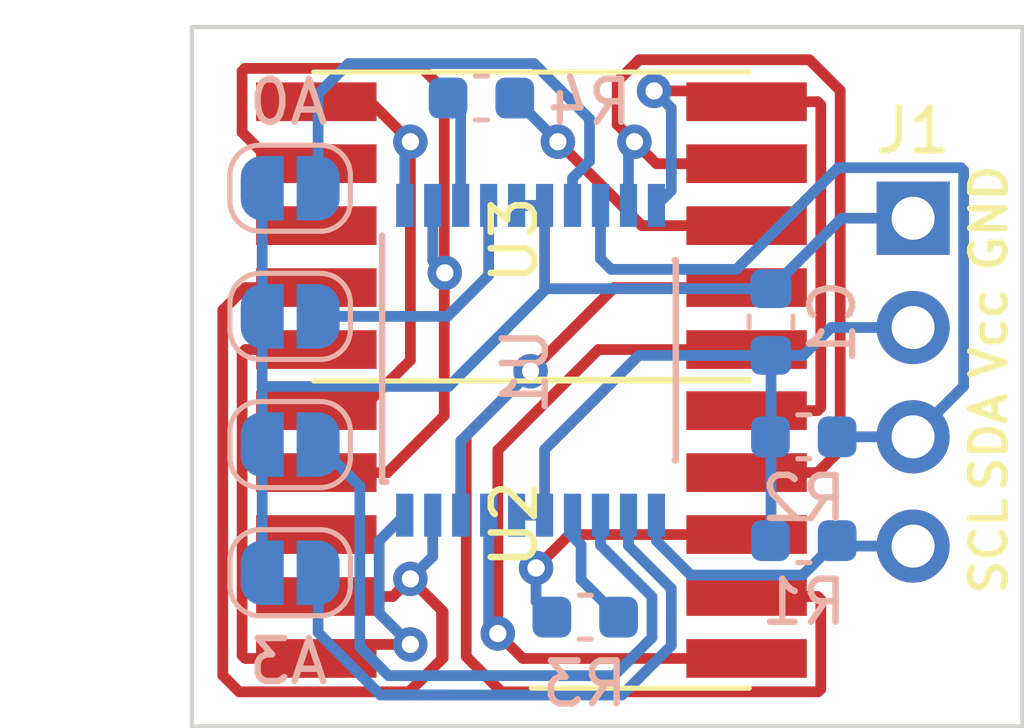
<source format=kicad_pcb>
(kicad_pcb (version 20171130) (host pcbnew "(5.1.10)-1")

  (general
    (thickness 1.2)
    (drawings 10)
    (tracks 191)
    (zones 0)
    (modules 13)
    (nets 23)
  )

  (page A4)
  (layers
    (0 F.Cu signal)
    (31 B.Cu signal)
    (32 B.Adhes user hide)
    (33 F.Adhes user hide)
    (34 B.Paste user)
    (35 F.Paste user hide)
    (36 B.SilkS user)
    (37 F.SilkS user hide)
    (38 B.Mask user)
    (39 F.Mask user hide)
    (40 Dwgs.User user hide)
    (41 Cmts.User user hide)
    (42 Eco1.User user hide)
    (43 Eco2.User user hide)
    (44 Edge.Cuts user)
    (45 Margin user hide)
    (46 B.CrtYd user)
    (47 F.CrtYd user hide)
    (48 B.Fab user)
    (49 F.Fab user hide)
  )

  (setup
    (last_trace_width 0.25)
    (trace_clearance 0.2)
    (zone_clearance 0.508)
    (zone_45_only yes)
    (trace_min 0.2)
    (via_size 0.8)
    (via_drill 0.4)
    (via_min_size 0.4)
    (via_min_drill 0.3)
    (uvia_size 0.3)
    (uvia_drill 0.1)
    (uvias_allowed no)
    (uvia_min_size 0.2)
    (uvia_min_drill 0.1)
    (edge_width 0.05)
    (segment_width 0.2)
    (pcb_text_width 0.3)
    (pcb_text_size 1.5 1.5)
    (mod_edge_width 0.12)
    (mod_text_size 1 1)
    (mod_text_width 0.15)
    (pad_size 3.4 6.5)
    (pad_drill 0)
    (pad_to_mask_clearance 0)
    (aux_axis_origin 0 0)
    (visible_elements 7FFFFFFF)
    (pcbplotparams
      (layerselection 0x010fc_ffffffff)
      (usegerberextensions false)
      (usegerberattributes true)
      (usegerberadvancedattributes true)
      (creategerberjobfile true)
      (excludeedgelayer true)
      (linewidth 0.100000)
      (plotframeref false)
      (viasonmask false)
      (mode 1)
      (useauxorigin false)
      (hpglpennumber 1)
      (hpglpenspeed 20)
      (hpglpendiameter 15.000000)
      (psnegative false)
      (psa4output false)
      (plotreference true)
      (plotvalue false)
      (plotinvisibletext false)
      (padsonsilk false)
      (subtractmaskfromsilk false)
      (outputformat 1)
      (mirror false)
      (drillshape 0)
      (scaleselection 1)
      (outputdirectory ""))
  )

  (net 0 "")
  (net 1 GND)
  (net 2 VCC)
  (net 3 /SDA)
  (net 4 /SCL)
  (net 5 /7SEG_e)
  (net 6 /7SEG_g)
  (net 7 /7SEG_a)
  (net 8 /7SEG_f)
  (net 9 /7SEG_b)
  (net 10 /7SEG_DP)
  (net 11 /7SEG_C1)
  (net 12 /7SEG_d)
  (net 13 /7SEG_c)
  (net 14 /7SEG_C2)
  (net 15 "Net-(U2-Pad8)")
  (net 16 "Net-(U3-Pad8)")
  (net 17 /A0)
  (net 18 /A1)
  (net 19 "Net-(R3-Pad2)")
  (net 20 "Net-(R4-Pad2)")
  (net 21 /A2)
  (net 22 /A3)

  (net_class Default "This is the default net class."
    (clearance 0.2)
    (trace_width 0.25)
    (via_dia 0.8)
    (via_drill 0.4)
    (uvia_dia 0.3)
    (uvia_drill 0.1)
    (add_net /7SEG_C1)
    (add_net /7SEG_C2)
    (add_net /7SEG_DP)
    (add_net /7SEG_a)
    (add_net /7SEG_b)
    (add_net /7SEG_c)
    (add_net /7SEG_d)
    (add_net /7SEG_e)
    (add_net /7SEG_f)
    (add_net /7SEG_g)
    (add_net /A0)
    (add_net /A1)
    (add_net /A2)
    (add_net /A3)
    (add_net /SCL)
    (add_net /SDA)
    (add_net GND)
    (add_net "Net-(R3-Pad2)")
    (add_net "Net-(R4-Pad2)")
    (add_net "Net-(U2-Pad8)")
    (add_net "Net-(U3-Pad8)")
    (add_net VCC)
  )

  (module Package_SO:SSOP-20_4.4x6.5mm_P0.65mm (layer B.Cu) (tedit 609D41E6) (tstamp 608FCA02)
    (at 151.13 63.5 270)
    (descr "SSOP20: plastic shrink small outline package; 20 leads; body width 4.4 mm; (see NXP SSOP-TSSOP-VSO-REFLOW.pdf and sot266-1_po.pdf)")
    (tags "SSOP 0.65")
    (path /608EBDAB)
    (attr smd)
    (fp_text reference U1 (at 0.254 0.127 90) (layer B.SilkS)
      (effects (font (size 1 1) (thickness 0.15)) (justify mirror))
    )
    (fp_text value PIC16F1827-SSOP (at 0 -4.2 90) (layer B.Fab)
      (effects (font (size 1 1) (thickness 0.15)) (justify mirror))
    )
    (fp_line (start -1.2 3.25) (end 2.2 3.25) (layer B.Fab) (width 0.15))
    (fp_line (start 2.2 3.25) (end 2.2 -3.25) (layer B.Fab) (width 0.15))
    (fp_line (start 2.2 -3.25) (end -2.2 -3.25) (layer B.Fab) (width 0.15))
    (fp_line (start -2.2 -3.25) (end -2.2 2.25) (layer B.Fab) (width 0.15))
    (fp_line (start -2.2 2.25) (end -1.2 3.25) (layer B.Fab) (width 0.15))
    (fp_line (start -3.65 3.55) (end -3.65 -3.55) (layer B.CrtYd) (width 0.05))
    (fp_line (start 3.85 3.55) (end 3.85 -3.55) (layer B.CrtYd) (width 0.05))
    (fp_line (start -3.65 3.55) (end 3.65 3.55) (layer B.CrtYd) (width 0.05))
    (fp_line (start -3.65 -3.55) (end 3.65 -3.55) (layer B.CrtYd) (width 0.05))
    (fp_line (start 2.825 3.45) (end 2.825 3.35) (layer B.SilkS) (width 0.15))
    (fp_line (start 2.325 -3.375) (end 2.325 -3.35) (layer B.SilkS) (width 0.15))
    (fp_line (start -2.325 -3.375) (end -2.325 -3.35) (layer B.SilkS) (width 0.15))
    (fp_line (start -2.9 3.45) (end 2.825 3.45) (layer B.SilkS) (width 0.15))
    (fp_line (start -2.325 -3.375) (end 2.325 -3.375) (layer B.SilkS) (width 0.15))
    (fp_text user %R (at 0 0 270) (layer B.Fab)
      (effects (font (size 1 1) (thickness 0.15)) (justify mirror))
    )
    (pad 20 smd rect (at 3.6 2.925 270) (size 1 0.4) (layers B.Cu B.Paste B.Mask)
      (net 6 /7SEG_g))
    (pad 19 smd rect (at 3.6 2.275 270) (size 1 0.4) (layers B.Cu B.Paste B.Mask)
      (net 8 /7SEG_f))
    (pad 18 smd rect (at 3.6 1.625 270) (size 1 0.4) (layers B.Cu B.Paste B.Mask)
      (net 12 /7SEG_d))
    (pad 17 smd rect (at 3.6 0.975 270) (size 1 0.4) (layers B.Cu B.Paste B.Mask)
      (net 5 /7SEG_e))
    (pad 16 smd rect (at 3.6 0.325 270) (size 1 0.4) (layers B.Cu B.Paste B.Mask)
      (net 2 VCC))
    (pad 15 smd rect (at 3.6 -0.325 270) (size 1 0.4) (layers B.Cu B.Paste B.Mask)
      (net 2 VCC))
    (pad 14 smd rect (at 3.6 -0.975 270) (size 1 0.4) (layers B.Cu B.Paste B.Mask)
      (net 11 /7SEG_C1))
    (pad 13 smd rect (at 3.6 -1.625 270) (size 1 0.4) (layers B.Cu B.Paste B.Mask)
      (net 21 /A2))
    (pad 12 smd rect (at 3.6 -2.275 270) (size 1 0.4) (layers B.Cu B.Paste B.Mask)
      (net 22 /A3))
    (pad 11 smd rect (at 3.6 -2.925 270) (size 1 0.4) (layers B.Cu B.Paste B.Mask)
      (net 4 /SCL))
    (pad 10 smd rect (at -3.6 -2.925 270) (size 1 0.4) (layers B.Cu B.Paste B.Mask)
      (net 10 /7SEG_DP))
    (pad 9 smd rect (at -3.6 -2.275 270) (size 1 0.4) (layers B.Cu B.Paste B.Mask)
      (net 13 /7SEG_c))
    (pad 8 smd rect (at -3.6 -1.625 270) (size 1 0.4) (layers B.Cu B.Paste B.Mask)
      (net 3 /SDA))
    (pad 7 smd rect (at -3.6 -0.975 270) (size 1 0.4) (layers B.Cu B.Paste B.Mask)
      (net 17 /A0))
    (pad 6 smd rect (at -3.6 -0.325 270) (size 1 0.4) (layers B.Cu B.Paste B.Mask)
      (net 1 GND))
    (pad 5 smd rect (at -3.6 0.325 270) (size 1 0.4) (layers B.Cu B.Paste B.Mask)
      (net 1 GND))
    (pad 4 smd rect (at -3.6 0.975 270) (size 1 0.4) (layers B.Cu B.Paste B.Mask)
      (net 18 /A1))
    (pad 3 smd rect (at -3.6 1.625 270) (size 1 0.4) (layers B.Cu B.Paste B.Mask)
      (net 14 /7SEG_C2))
    (pad 2 smd rect (at -3.6 2.275 270) (size 1 0.4) (layers B.Cu B.Paste B.Mask)
      (net 7 /7SEG_a))
    (pad 1 smd rect (at -3.6 2.925 270) (size 1 0.4) (layers B.Cu B.Paste B.Mask)
      (net 9 /7SEG_b))
    (model ${KISYS3DMOD}/Package_SO.3dshapes/SSOP-20_4.4x6.5mm_P0.65mm.wrl
      (at (xyz 0 0 0))
      (scale (xyz 1 1 1))
      (rotate (xyz 0 0 0))
    )
  )

  (module Jumper:SolderJumper-2_P1.3mm_Open_RoundedPad1.0x1.5mm (layer B.Cu) (tedit 5B391E66) (tstamp 609E4EAC)
    (at 145.542 65.458 180)
    (descr "SMD Solder Jumper, 1x1.5mm, rounded Pads, 0.3mm gap, open")
    (tags "solder jumper open")
    (path /609E0FAE)
    (attr virtual)
    (fp_text reference " " (at 4.542 -0.042) (layer B.SilkS)
      (effects (font (size 1 1) (thickness 0.15)) (justify mirror))
    )
    (fp_text value Jumper_NO_Small (at 0 -1.9) (layer B.Fab)
      (effects (font (size 1 1) (thickness 0.15)) (justify mirror))
    )
    (fp_arc (start -0.7 0.3) (end -0.7 1) (angle 90) (layer B.SilkS) (width 0.12))
    (fp_arc (start -0.7 -0.3) (end -1.4 -0.3) (angle 90) (layer B.SilkS) (width 0.12))
    (fp_arc (start 0.7 -0.3) (end 0.7 -1) (angle 90) (layer B.SilkS) (width 0.12))
    (fp_arc (start 0.7 0.3) (end 1.4 0.3) (angle 90) (layer B.SilkS) (width 0.12))
    (fp_line (start -1.4 -0.3) (end -1.4 0.3) (layer B.SilkS) (width 0.12))
    (fp_line (start 0.7 -1) (end -0.7 -1) (layer B.SilkS) (width 0.12))
    (fp_line (start 1.4 0.3) (end 1.4 -0.3) (layer B.SilkS) (width 0.12))
    (fp_line (start -0.7 1) (end 0.7 1) (layer B.SilkS) (width 0.12))
    (fp_line (start -1.65 1.25) (end 1.65 1.25) (layer B.CrtYd) (width 0.05))
    (fp_line (start -1.65 1.25) (end -1.65 -1.25) (layer B.CrtYd) (width 0.05))
    (fp_line (start 1.65 -1.25) (end 1.65 1.25) (layer B.CrtYd) (width 0.05))
    (fp_line (start 1.65 -1.25) (end -1.65 -1.25) (layer B.CrtYd) (width 0.05))
    (pad 2 smd custom (at 0.65 0 180) (size 1 0.5) (layers B.Cu B.Mask)
      (net 1 GND) (zone_connect 2)
      (options (clearance outline) (anchor rect))
      (primitives
        (gr_circle (center 0 -0.25) (end 0.5 -0.25) (width 0))
        (gr_circle (center 0 0.25) (end 0.5 0.25) (width 0))
        (gr_poly (pts
           (xy 0 0.75) (xy -0.5 0.75) (xy -0.5 -0.75) (xy 0 -0.75)) (width 0))
      ))
    (pad 1 smd custom (at -0.65 0 180) (size 1 0.5) (layers B.Cu B.Mask)
      (net 21 /A2) (zone_connect 2)
      (options (clearance outline) (anchor rect))
      (primitives
        (gr_circle (center 0 -0.25) (end 0.5 -0.25) (width 0))
        (gr_circle (center 0 0.25) (end 0.5 0.25) (width 0))
        (gr_poly (pts
           (xy 0 0.75) (xy 0.5 0.75) (xy 0.5 -0.75) (xy 0 -0.75)) (width 0))
      ))
  )

  (module Jumper:SolderJumper-2_P1.3mm_Open_RoundedPad1.0x1.5mm (layer B.Cu) (tedit 5B391E66) (tstamp 609752FC)
    (at 145.542 68.437 180)
    (descr "SMD Solder Jumper, 1x1.5mm, rounded Pads, 0.3mm gap, open")
    (tags "solder jumper open")
    (path /60975B35)
    (attr virtual)
    (fp_text reference A3 (at 0.042 -2.063) (layer B.SilkS)
      (effects (font (size 1 1) (thickness 0.15)) (justify mirror))
    )
    (fp_text value Jumper_NO_Small (at 0 -1.9) (layer B.Fab)
      (effects (font (size 1 1) (thickness 0.15)) (justify mirror))
    )
    (fp_line (start -1.4 -0.3) (end -1.4 0.3) (layer B.SilkS) (width 0.12))
    (fp_line (start 0.7 -1) (end -0.7 -1) (layer B.SilkS) (width 0.12))
    (fp_line (start 1.4 0.3) (end 1.4 -0.3) (layer B.SilkS) (width 0.12))
    (fp_line (start -0.7 1) (end 0.7 1) (layer B.SilkS) (width 0.12))
    (fp_line (start -1.65 1.25) (end 1.65 1.25) (layer B.CrtYd) (width 0.05))
    (fp_line (start -1.65 1.25) (end -1.65 -1.25) (layer B.CrtYd) (width 0.05))
    (fp_line (start 1.65 -1.25) (end 1.65 1.25) (layer B.CrtYd) (width 0.05))
    (fp_line (start 1.65 -1.25) (end -1.65 -1.25) (layer B.CrtYd) (width 0.05))
    (fp_arc (start -0.7 0.3) (end -0.7 1) (angle 90) (layer B.SilkS) (width 0.12))
    (fp_arc (start -0.7 -0.3) (end -1.4 -0.3) (angle 90) (layer B.SilkS) (width 0.12))
    (fp_arc (start 0.7 -0.3) (end 0.7 -1) (angle 90) (layer B.SilkS) (width 0.12))
    (fp_arc (start 0.7 0.3) (end 1.4 0.3) (angle 90) (layer B.SilkS) (width 0.12))
    (pad 2 smd custom (at 0.65 0 180) (size 1 0.5) (layers B.Cu B.Mask)
      (net 1 GND) (zone_connect 2)
      (options (clearance outline) (anchor rect))
      (primitives
        (gr_circle (center 0 -0.25) (end 0.5 -0.25) (width 0))
        (gr_circle (center 0 0.25) (end 0.5 0.25) (width 0))
        (gr_poly (pts
           (xy 0 0.75) (xy -0.5 0.75) (xy -0.5 -0.75) (xy 0 -0.75)) (width 0))
      ))
    (pad 1 smd custom (at -0.65 0 180) (size 1 0.5) (layers B.Cu B.Mask)
      (net 22 /A3) (zone_connect 2)
      (options (clearance outline) (anchor rect))
      (primitives
        (gr_circle (center 0 -0.25) (end 0.5 -0.25) (width 0))
        (gr_circle (center 0 0.25) (end 0.5 0.25) (width 0))
        (gr_poly (pts
           (xy 0 0.75) (xy 0.5 0.75) (xy 0.5 -0.75) (xy 0 -0.75)) (width 0))
      ))
  )

  (module Display_7Segment:KCSC02-105 (layer F.Cu) (tedit 5A02FE84) (tstamp 608FCA1C)
    (at 151.15 67.55 180)
    (descr "http://www.kingbright.com/attachments/file/psearch/000/00/00/KCSC02-105(Ver.9A).pdf")
    (tags "Single digit 7 segement hyper red LED")
    (path /608F1C1E)
    (attr smd)
    (fp_text reference U2 (at 0.401 0.24 90) (layer F.SilkS)
      (effects (font (size 1 1) (thickness 0.15)))
    )
    (fp_text value GS2020CB-A (at -1.51 4.55) (layer F.Fab)
      (effects (font (size 1 1) (thickness 0.15)))
    )
    (fp_line (start 5 -3.45) (end 5 3.45) (layer F.Fab) (width 0.1))
    (fp_line (start -3 -3.45) (end 5 -3.45) (layer F.Fab) (width 0.1))
    (fp_line (start -5 -1.45) (end -3 -3.45) (layer F.Fab) (width 0.1))
    (fp_line (start -5 3.45) (end -5 -1.45) (layer F.Fab) (width 0.1))
    (fp_line (start 5 3.45) (end -5 3.45) (layer F.Fab) (width 0.1))
    (fp_line (start -5.06 -3.57) (end 0 -3.57) (layer F.SilkS) (width 0.12))
    (fp_line (start 5.06 3.57) (end -5.06 3.57) (layer F.SilkS) (width 0.12))
    (fp_line (start -6.65 -3.7) (end -6.65 3.7) (layer F.CrtYd) (width 0.05))
    (fp_line (start 6.65 3.7) (end -6.65 3.7) (layer F.CrtYd) (width 0.05))
    (fp_line (start 6.65 -3.7) (end 6.65 3.7) (layer F.CrtYd) (width 0.05))
    (fp_line (start -6.65 -3.7) (end 6.65 -3.7) (layer F.CrtYd) (width 0.05))
    (pad 10 smd rect (at 5 -2.88 180) (size 2.8 0.9) (layers F.Cu F.Paste F.Mask)
      (net 6 /7SEG_g))
    (pad 9 smd rect (at 5 -1.44 180) (size 2.8 0.9) (layers F.Cu F.Paste F.Mask)
      (net 8 /7SEG_f))
    (pad 8 smd rect (at 5 0 180) (size 2.8 0.9) (layers F.Cu F.Paste F.Mask)
      (net 15 "Net-(U2-Pad8)"))
    (pad 7 smd rect (at 5 1.44 180) (size 2.8 0.9) (layers F.Cu F.Paste F.Mask)
      (net 7 /7SEG_a))
    (pad 6 smd rect (at 5 2.88 180) (size 2.8 0.9) (layers F.Cu F.Paste F.Mask)
      (net 9 /7SEG_b))
    (pad 5 smd rect (at -5 2.88 180) (size 2.8 0.9) (layers F.Cu F.Paste F.Mask)
      (net 10 /7SEG_DP))
    (pad 4 smd rect (at -5 1.44 180) (size 2.8 0.9) (layers F.Cu F.Paste F.Mask)
      (net 13 /7SEG_c))
    (pad 3 smd rect (at -5 0 180) (size 2.8 0.9) (layers F.Cu F.Paste F.Mask)
      (net 19 "Net-(R3-Pad2)"))
    (pad 2 smd rect (at -5 -1.44 180) (size 2.8 0.9) (layers F.Cu F.Paste F.Mask)
      (net 12 /7SEG_d))
    (pad 1 smd rect (at -5 -2.88 180) (size 2.8 0.9) (layers F.Cu F.Paste F.Mask)
      (net 5 /7SEG_e))
    (model ${KISYS3DMOD}/Display_7Segment.3dshapes/KCSC02-105.wrl
      (at (xyz 0 0 0))
      (scale (xyz 1 1 1))
      (rotate (xyz 0 0 0))
    )
  )

  (module Capacitor_SMD:C_0603_1608Metric (layer B.Cu) (tedit 5F68FEEE) (tstamp 6096CBE2)
    (at 152.4 69.469 180)
    (descr "Capacitor SMD 0603 (1608 Metric), square (rectangular) end terminal, IPC_7351 nominal, (Body size source: IPC-SM-782 page 76, https://www.pcb-3d.com/wordpress/wp-content/uploads/ipc-sm-782a_amendment_1_and_2.pdf), generated with kicad-footprint-generator")
    (tags capacitor)
    (path /6096CD7A)
    (attr smd)
    (fp_text reference R3 (at 0.01 -1.551) (layer B.SilkS)
      (effects (font (size 1 1) (thickness 0.15)) (justify mirror))
    )
    (fp_text value R (at 0 -1.43) (layer B.Fab)
      (effects (font (size 1 1) (thickness 0.15)) (justify mirror))
    )
    (fp_line (start 1.48 -0.73) (end -1.48 -0.73) (layer B.CrtYd) (width 0.05))
    (fp_line (start 1.48 0.73) (end 1.48 -0.73) (layer B.CrtYd) (width 0.05))
    (fp_line (start -1.48 0.73) (end 1.48 0.73) (layer B.CrtYd) (width 0.05))
    (fp_line (start -1.48 -0.73) (end -1.48 0.73) (layer B.CrtYd) (width 0.05))
    (fp_line (start -0.14058 -0.51) (end 0.14058 -0.51) (layer B.SilkS) (width 0.12))
    (fp_line (start -0.14058 0.51) (end 0.14058 0.51) (layer B.SilkS) (width 0.12))
    (fp_line (start 0.8 -0.4) (end -0.8 -0.4) (layer B.Fab) (width 0.1))
    (fp_line (start 0.8 0.4) (end 0.8 -0.4) (layer B.Fab) (width 0.1))
    (fp_line (start -0.8 0.4) (end 0.8 0.4) (layer B.Fab) (width 0.1))
    (fp_line (start -0.8 -0.4) (end -0.8 0.4) (layer B.Fab) (width 0.1))
    (fp_text user %R (at 0 0) (layer B.Fab)
      (effects (font (size 0.4 0.4) (thickness 0.06)) (justify mirror))
    )
    (pad 2 smd roundrect (at 0.775 0 180) (size 0.9 0.95) (layers B.Cu B.Paste B.Mask) (roundrect_rratio 0.25)
      (net 19 "Net-(R3-Pad2)"))
    (pad 1 smd roundrect (at -0.775 0 180) (size 0.9 0.95) (layers B.Cu B.Paste B.Mask) (roundrect_rratio 0.25)
      (net 11 /7SEG_C1))
    (model ${KISYS3DMOD}/Capacitor_SMD.3dshapes/C_0603_1608Metric.wrl
      (at (xyz 0 0 0))
      (scale (xyz 1 1 1))
      (rotate (xyz 0 0 0))
    )
  )

  (module Capacitor_SMD:C_0603_1608Metric (layer B.Cu) (tedit 5F68FEEE) (tstamp 6096CBF3)
    (at 149.987 57.404)
    (descr "Capacitor SMD 0603 (1608 Metric), square (rectangular) end terminal, IPC_7351 nominal, (Body size source: IPC-SM-782 page 76, https://www.pcb-3d.com/wordpress/wp-content/uploads/ipc-sm-782a_amendment_1_and_2.pdf), generated with kicad-footprint-generator")
    (tags capacitor)
    (path /6096DF58)
    (attr smd)
    (fp_text reference R4 (at 2.513 0.096) (layer B.SilkS)
      (effects (font (size 1 1) (thickness 0.15)) (justify mirror))
    )
    (fp_text value R (at 0 -1.43) (layer B.Fab)
      (effects (font (size 1 1) (thickness 0.15)) (justify mirror))
    )
    (fp_line (start 1.48 -0.73) (end -1.48 -0.73) (layer B.CrtYd) (width 0.05))
    (fp_line (start 1.48 0.73) (end 1.48 -0.73) (layer B.CrtYd) (width 0.05))
    (fp_line (start -1.48 0.73) (end 1.48 0.73) (layer B.CrtYd) (width 0.05))
    (fp_line (start -1.48 -0.73) (end -1.48 0.73) (layer B.CrtYd) (width 0.05))
    (fp_line (start -0.14058 -0.51) (end 0.14058 -0.51) (layer B.SilkS) (width 0.12))
    (fp_line (start -0.14058 0.51) (end 0.14058 0.51) (layer B.SilkS) (width 0.12))
    (fp_line (start 0.8 -0.4) (end -0.8 -0.4) (layer B.Fab) (width 0.1))
    (fp_line (start 0.8 0.4) (end 0.8 -0.4) (layer B.Fab) (width 0.1))
    (fp_line (start -0.8 0.4) (end 0.8 0.4) (layer B.Fab) (width 0.1))
    (fp_line (start -0.8 -0.4) (end -0.8 0.4) (layer B.Fab) (width 0.1))
    (fp_text user %R (at 0 0) (layer B.Fab)
      (effects (font (size 0.4 0.4) (thickness 0.06)) (justify mirror))
    )
    (pad 2 smd roundrect (at 0.775 0) (size 0.9 0.95) (layers B.Cu B.Paste B.Mask) (roundrect_rratio 0.25)
      (net 20 "Net-(R4-Pad2)"))
    (pad 1 smd roundrect (at -0.775 0) (size 0.9 0.95) (layers B.Cu B.Paste B.Mask) (roundrect_rratio 0.25)
      (net 14 /7SEG_C2))
    (model ${KISYS3DMOD}/Capacitor_SMD.3dshapes/C_0603_1608Metric.wrl
      (at (xyz 0 0 0))
      (scale (xyz 1 1 1))
      (rotate (xyz 0 0 0))
    )
  )

  (module Jumper:SolderJumper-2_P1.3mm_Open_RoundedPad1.0x1.5mm (layer B.Cu) (tedit 5B391E66) (tstamp 609715D3)
    (at 145.542 62.479 180)
    (descr "SMD Solder Jumper, 1x1.5mm, rounded Pads, 0.3mm gap, open")
    (tags "solder jumper open")
    (path /60A2A19F)
    (attr virtual)
    (fp_text reference " " (at 5.042 -0.021) (layer B.SilkS)
      (effects (font (size 1 1) (thickness 0.15)) (justify mirror))
    )
    (fp_text value Jumper_NO_Small (at 0 -1.9) (layer B.Fab)
      (effects (font (size 1 1) (thickness 0.15)) (justify mirror))
    )
    (fp_line (start -1.4 -0.3) (end -1.4 0.3) (layer B.SilkS) (width 0.12))
    (fp_line (start 0.7 -1) (end -0.7 -1) (layer B.SilkS) (width 0.12))
    (fp_line (start 1.4 0.3) (end 1.4 -0.3) (layer B.SilkS) (width 0.12))
    (fp_line (start -0.7 1) (end 0.7 1) (layer B.SilkS) (width 0.12))
    (fp_line (start -1.65 1.25) (end 1.65 1.25) (layer B.CrtYd) (width 0.05))
    (fp_line (start -1.65 1.25) (end -1.65 -1.25) (layer B.CrtYd) (width 0.05))
    (fp_line (start 1.65 -1.25) (end 1.65 1.25) (layer B.CrtYd) (width 0.05))
    (fp_line (start 1.65 -1.25) (end -1.65 -1.25) (layer B.CrtYd) (width 0.05))
    (fp_arc (start -0.7 0.3) (end -0.7 1) (angle 90) (layer B.SilkS) (width 0.12))
    (fp_arc (start -0.7 -0.3) (end -1.4 -0.3) (angle 90) (layer B.SilkS) (width 0.12))
    (fp_arc (start 0.7 -0.3) (end 0.7 -1) (angle 90) (layer B.SilkS) (width 0.12))
    (fp_arc (start 0.7 0.3) (end 1.4 0.3) (angle 90) (layer B.SilkS) (width 0.12))
    (pad 2 smd custom (at 0.65 0 180) (size 1 0.5) (layers B.Cu B.Mask)
      (net 1 GND) (zone_connect 2)
      (options (clearance outline) (anchor rect))
      (primitives
        (gr_circle (center 0 -0.25) (end 0.5 -0.25) (width 0))
        (gr_circle (center 0 0.25) (end 0.5 0.25) (width 0))
        (gr_poly (pts
           (xy 0 0.75) (xy -0.5 0.75) (xy -0.5 -0.75) (xy 0 -0.75)) (width 0))
      ))
    (pad 1 smd custom (at -0.65 0 180) (size 1 0.5) (layers B.Cu B.Mask)
      (net 18 /A1) (zone_connect 2)
      (options (clearance outline) (anchor rect))
      (primitives
        (gr_circle (center 0 -0.25) (end 0.5 -0.25) (width 0))
        (gr_circle (center 0 0.25) (end 0.5 0.25) (width 0))
        (gr_poly (pts
           (xy 0 0.75) (xy 0.5 0.75) (xy 0.5 -0.75) (xy 0 -0.75)) (width 0))
      ))
  )

  (module Jumper:SolderJumper-2_P1.3mm_Open_RoundedPad1.0x1.5mm (layer B.Cu) (tedit 5B391E66) (tstamp 609715C1)
    (at 145.542 59.5 180)
    (descr "SMD Solder Jumper, 1x1.5mm, rounded Pads, 0.3mm gap, open")
    (tags "solder jumper open")
    (path /60A278DB)
    (attr virtual)
    (fp_text reference A0 (at 0.042 2) (layer B.SilkS)
      (effects (font (size 1 1) (thickness 0.15)) (justify mirror))
    )
    (fp_text value Jumper_NO_Small (at 0 -1.9) (layer B.Fab)
      (effects (font (size 1 1) (thickness 0.15)) (justify mirror))
    )
    (fp_line (start -1.4 -0.3) (end -1.4 0.3) (layer B.SilkS) (width 0.12))
    (fp_line (start 0.7 -1) (end -0.7 -1) (layer B.SilkS) (width 0.12))
    (fp_line (start 1.4 0.3) (end 1.4 -0.3) (layer B.SilkS) (width 0.12))
    (fp_line (start -0.7 1) (end 0.7 1) (layer B.SilkS) (width 0.12))
    (fp_line (start -1.65 1.25) (end 1.65 1.25) (layer B.CrtYd) (width 0.05))
    (fp_line (start -1.65 1.25) (end -1.65 -1.25) (layer B.CrtYd) (width 0.05))
    (fp_line (start 1.65 -1.25) (end 1.65 1.25) (layer B.CrtYd) (width 0.05))
    (fp_line (start 1.65 -1.25) (end -1.65 -1.25) (layer B.CrtYd) (width 0.05))
    (fp_arc (start -0.7 0.3) (end -0.7 1) (angle 90) (layer B.SilkS) (width 0.12))
    (fp_arc (start -0.7 -0.3) (end -1.4 -0.3) (angle 90) (layer B.SilkS) (width 0.12))
    (fp_arc (start 0.7 -0.3) (end 0.7 -1) (angle 90) (layer B.SilkS) (width 0.12))
    (fp_arc (start 0.7 0.3) (end 1.4 0.3) (angle 90) (layer B.SilkS) (width 0.12))
    (pad 2 smd custom (at 0.65 0 180) (size 1 0.5) (layers B.Cu B.Mask)
      (net 1 GND) (zone_connect 2)
      (options (clearance outline) (anchor rect))
      (primitives
        (gr_circle (center 0 -0.25) (end 0.5 -0.25) (width 0))
        (gr_circle (center 0 0.25) (end 0.5 0.25) (width 0))
        (gr_poly (pts
           (xy 0 0.75) (xy -0.5 0.75) (xy -0.5 -0.75) (xy 0 -0.75)) (width 0))
      ))
    (pad 1 smd custom (at -0.65 0 180) (size 1 0.5) (layers B.Cu B.Mask)
      (net 17 /A0) (zone_connect 2)
      (options (clearance outline) (anchor rect))
      (primitives
        (gr_circle (center 0 -0.25) (end 0.5 -0.25) (width 0))
        (gr_circle (center 0 0.25) (end 0.5 0.25) (width 0))
        (gr_poly (pts
           (xy 0 0.75) (xy 0.5 0.75) (xy 0.5 -0.75) (xy 0 -0.75)) (width 0))
      ))
  )

  (module Connector_PinHeader_2.54mm:PinHeader_1x04_P2.54mm_Horizontal (layer F.Cu) (tedit 6092AC03) (tstamp 608FC9B7)
    (at 160.02 60.198)
    (descr "Through hole angled pin header, 1x04, 2.54mm pitch, 6mm pin length, single row")
    (tags "Through hole angled pin header THT 1x04 2.54mm single row")
    (path /608ECFD6)
    (fp_text reference J1 (at 0 -2.032) (layer F.SilkS)
      (effects (font (size 1 1) (thickness 0.15)))
    )
    (fp_text value Conn_01x04 (at 4.385 9.89) (layer F.Fab)
      (effects (font (size 1 1) (thickness 0.15)))
    )
    (fp_line (start -0.32 7.3) (end -0.32 7.94) (layer F.Fab) (width 0.1))
    (fp_line (start -0.32 4.76) (end -0.32 5.4) (layer F.Fab) (width 0.1))
    (fp_line (start -0.32 2.22) (end -0.32 2.86) (layer F.Fab) (width 0.1))
    (fp_line (start -0.32 -0.32) (end -0.32 0.32) (layer F.Fab) (width 0.1))
    (pad 4 thru_hole oval (at 0 7.62) (size 1.7 1.7) (drill 1) (layers *.Cu *.Mask)
      (net 4 /SCL))
    (pad 3 thru_hole oval (at 0 5.08) (size 1.7 1.7) (drill 1) (layers *.Cu *.Mask)
      (net 3 /SDA))
    (pad 2 thru_hole oval (at 0 2.54) (size 1.7 1.7) (drill 1) (layers *.Cu *.Mask)
      (net 2 VCC))
    (pad 1 thru_hole rect (at 0 0) (size 1.7 1.7) (drill 1) (layers *.Cu *.Mask)
      (net 1 GND))
    (model ${KISYS3DMOD}/Connector_PinHeader_2.54mm.3dshapes/PinHeader_1x04_P2.54mm_Horizontal.wrl
      (at (xyz 0 0 0))
      (scale (xyz 1 1 1))
      (rotate (xyz 0 0 0))
    )
  )

  (module Display_7Segment:KCSC02-105 (layer F.Cu) (tedit 5A02FE84) (tstamp 608FCA36)
    (at 151.15 60.37 180)
    (descr "http://www.kingbright.com/attachments/file/psearch/000/00/00/KCSC02-105(Ver.9A).pdf")
    (tags "Single digit 7 segement hyper red LED")
    (path /608EFDEA)
    (attr smd)
    (fp_text reference U3 (at 0.401 -0.336 90) (layer F.SilkS)
      (effects (font (size 1 1) (thickness 0.15)))
    )
    (fp_text value GS2020CB-A (at -1.51 4.55) (layer F.Fab)
      (effects (font (size 1 1) (thickness 0.15)))
    )
    (fp_line (start 5 -3.45) (end 5 3.45) (layer F.Fab) (width 0.1))
    (fp_line (start -3 -3.45) (end 5 -3.45) (layer F.Fab) (width 0.1))
    (fp_line (start -5 -1.45) (end -3 -3.45) (layer F.Fab) (width 0.1))
    (fp_line (start -5 3.45) (end -5 -1.45) (layer F.Fab) (width 0.1))
    (fp_line (start 5 3.45) (end -5 3.45) (layer F.Fab) (width 0.1))
    (fp_line (start -5.06 -3.57) (end 0 -3.57) (layer F.SilkS) (width 0.12))
    (fp_line (start 5.06 3.57) (end -5.06 3.57) (layer F.SilkS) (width 0.12))
    (fp_line (start -6.65 -3.7) (end -6.65 3.7) (layer F.CrtYd) (width 0.05))
    (fp_line (start 6.65 3.7) (end -6.65 3.7) (layer F.CrtYd) (width 0.05))
    (fp_line (start 6.65 -3.7) (end 6.65 3.7) (layer F.CrtYd) (width 0.05))
    (fp_line (start -6.65 -3.7) (end 6.65 -3.7) (layer F.CrtYd) (width 0.05))
    (pad 10 smd rect (at 5 -2.88 180) (size 2.8 0.9) (layers F.Cu F.Paste F.Mask)
      (net 6 /7SEG_g))
    (pad 9 smd rect (at 5 -1.44 180) (size 2.8 0.9) (layers F.Cu F.Paste F.Mask)
      (net 8 /7SEG_f))
    (pad 8 smd rect (at 5 0 180) (size 2.8 0.9) (layers F.Cu F.Paste F.Mask)
      (net 16 "Net-(U3-Pad8)"))
    (pad 7 smd rect (at 5 1.44 180) (size 2.8 0.9) (layers F.Cu F.Paste F.Mask)
      (net 7 /7SEG_a))
    (pad 6 smd rect (at 5 2.88 180) (size 2.8 0.9) (layers F.Cu F.Paste F.Mask)
      (net 9 /7SEG_b))
    (pad 5 smd rect (at -5 2.88 180) (size 2.8 0.9) (layers F.Cu F.Paste F.Mask)
      (net 10 /7SEG_DP))
    (pad 4 smd rect (at -5 1.44 180) (size 2.8 0.9) (layers F.Cu F.Paste F.Mask)
      (net 13 /7SEG_c))
    (pad 3 smd rect (at -5 0 180) (size 2.8 0.9) (layers F.Cu F.Paste F.Mask)
      (net 20 "Net-(R4-Pad2)"))
    (pad 2 smd rect (at -5 -1.44 180) (size 2.8 0.9) (layers F.Cu F.Paste F.Mask)
      (net 12 /7SEG_d))
    (pad 1 smd rect (at -5 -2.88 180) (size 2.8 0.9) (layers F.Cu F.Paste F.Mask)
      (net 5 /7SEG_e))
    (model ${KISYS3DMOD}/Display_7Segment.3dshapes/KCSC02-105.wrl
      (at (xyz 0 0 0))
      (scale (xyz 1 1 1))
      (rotate (xyz 0 0 0))
    )
  )

  (module Capacitor_SMD:C_0603_1608Metric (layer B.Cu) (tedit 5F68FEEE) (tstamp 608FC9D9)
    (at 157.48 65.278)
    (descr "Capacitor SMD 0603 (1608 Metric), square (rectangular) end terminal, IPC_7351 nominal, (Body size source: IPC-SM-782 page 76, https://www.pcb-3d.com/wordpress/wp-content/uploads/ipc-sm-782a_amendment_1_and_2.pdf), generated with kicad-footprint-generator")
    (tags capacitor)
    (path /608FF8C4)
    (attr smd)
    (fp_text reference R2 (at 0 1.43) (layer B.SilkS)
      (effects (font (size 1 1) (thickness 0.15)) (justify mirror))
    )
    (fp_text value R (at 0 -1.43) (layer B.Fab)
      (effects (font (size 1 1) (thickness 0.15)) (justify mirror))
    )
    (fp_line (start 1.48 -0.73) (end -1.48 -0.73) (layer B.CrtYd) (width 0.05))
    (fp_line (start 1.48 0.73) (end 1.48 -0.73) (layer B.CrtYd) (width 0.05))
    (fp_line (start -1.48 0.73) (end 1.48 0.73) (layer B.CrtYd) (width 0.05))
    (fp_line (start -1.48 -0.73) (end -1.48 0.73) (layer B.CrtYd) (width 0.05))
    (fp_line (start -0.14058 -0.51) (end 0.14058 -0.51) (layer B.SilkS) (width 0.12))
    (fp_line (start -0.14058 0.51) (end 0.14058 0.51) (layer B.SilkS) (width 0.12))
    (fp_line (start 0.8 -0.4) (end -0.8 -0.4) (layer B.Fab) (width 0.1))
    (fp_line (start 0.8 0.4) (end 0.8 -0.4) (layer B.Fab) (width 0.1))
    (fp_line (start -0.8 0.4) (end 0.8 0.4) (layer B.Fab) (width 0.1))
    (fp_line (start -0.8 -0.4) (end -0.8 0.4) (layer B.Fab) (width 0.1))
    (fp_text user %R (at 0 0) (layer B.Fab)
      (effects (font (size 0.4 0.4) (thickness 0.06)) (justify mirror))
    )
    (pad 2 smd roundrect (at 0.775 0) (size 0.9 0.95) (layers B.Cu B.Paste B.Mask) (roundrect_rratio 0.25)
      (net 3 /SDA))
    (pad 1 smd roundrect (at -0.775 0) (size 0.9 0.95) (layers B.Cu B.Paste B.Mask) (roundrect_rratio 0.25)
      (net 2 VCC))
    (model ${KISYS3DMOD}/Capacitor_SMD.3dshapes/C_0603_1608Metric.wrl
      (at (xyz 0 0 0))
      (scale (xyz 1 1 1))
      (rotate (xyz 0 0 0))
    )
  )

  (module Capacitor_SMD:C_0603_1608Metric (layer B.Cu) (tedit 5F68FEEE) (tstamp 608FC9C8)
    (at 157.48 67.691)
    (descr "Capacitor SMD 0603 (1608 Metric), square (rectangular) end terminal, IPC_7351 nominal, (Body size source: IPC-SM-782 page 76, https://www.pcb-3d.com/wordpress/wp-content/uploads/ipc-sm-782a_amendment_1_and_2.pdf), generated with kicad-footprint-generator")
    (tags capacitor)
    (path /609002CF)
    (attr smd)
    (fp_text reference R1 (at 0 1.43) (layer B.SilkS)
      (effects (font (size 1 1) (thickness 0.15)) (justify mirror))
    )
    (fp_text value R (at 0 -1.43) (layer B.Fab)
      (effects (font (size 1 1) (thickness 0.15)) (justify mirror))
    )
    (fp_line (start 1.48 -0.73) (end -1.48 -0.73) (layer B.CrtYd) (width 0.05))
    (fp_line (start 1.48 0.73) (end 1.48 -0.73) (layer B.CrtYd) (width 0.05))
    (fp_line (start -1.48 0.73) (end 1.48 0.73) (layer B.CrtYd) (width 0.05))
    (fp_line (start -1.48 -0.73) (end -1.48 0.73) (layer B.CrtYd) (width 0.05))
    (fp_line (start -0.14058 -0.51) (end 0.14058 -0.51) (layer B.SilkS) (width 0.12))
    (fp_line (start -0.14058 0.51) (end 0.14058 0.51) (layer B.SilkS) (width 0.12))
    (fp_line (start 0.8 -0.4) (end -0.8 -0.4) (layer B.Fab) (width 0.1))
    (fp_line (start 0.8 0.4) (end 0.8 -0.4) (layer B.Fab) (width 0.1))
    (fp_line (start -0.8 0.4) (end 0.8 0.4) (layer B.Fab) (width 0.1))
    (fp_line (start -0.8 -0.4) (end -0.8 0.4) (layer B.Fab) (width 0.1))
    (fp_text user %R (at 0 0) (layer B.Fab)
      (effects (font (size 0.4 0.4) (thickness 0.06)) (justify mirror))
    )
    (pad 2 smd roundrect (at 0.775 0) (size 0.9 0.95) (layers B.Cu B.Paste B.Mask) (roundrect_rratio 0.25)
      (net 4 /SCL))
    (pad 1 smd roundrect (at -0.775 0) (size 0.9 0.95) (layers B.Cu B.Paste B.Mask) (roundrect_rratio 0.25)
      (net 2 VCC))
    (model ${KISYS3DMOD}/Capacitor_SMD.3dshapes/C_0603_1608Metric.wrl
      (at (xyz 0 0 0))
      (scale (xyz 1 1 1))
      (rotate (xyz 0 0 0))
    )
  )

  (module Capacitor_SMD:C_0603_1608Metric (layer B.Cu) (tedit 5F68FEEE) (tstamp 608FC96A)
    (at 156.718 62.611 90)
    (descr "Capacitor SMD 0603 (1608 Metric), square (rectangular) end terminal, IPC_7351 nominal, (Body size source: IPC-SM-782 page 76, https://www.pcb-3d.com/wordpress/wp-content/uploads/ipc-sm-782a_amendment_1_and_2.pdf), generated with kicad-footprint-generator")
    (tags capacitor)
    (path /608ECAE7)
    (attr smd)
    (fp_text reference C1 (at 0 1.43 90) (layer B.SilkS)
      (effects (font (size 1 1) (thickness 0.15)) (justify mirror))
    )
    (fp_text value C (at 0 -1.43 90) (layer B.Fab)
      (effects (font (size 1 1) (thickness 0.15)) (justify mirror))
    )
    (fp_line (start 1.48 -0.73) (end -1.48 -0.73) (layer B.CrtYd) (width 0.05))
    (fp_line (start 1.48 0.73) (end 1.48 -0.73) (layer B.CrtYd) (width 0.05))
    (fp_line (start -1.48 0.73) (end 1.48 0.73) (layer B.CrtYd) (width 0.05))
    (fp_line (start -1.48 -0.73) (end -1.48 0.73) (layer B.CrtYd) (width 0.05))
    (fp_line (start -0.14058 -0.51) (end 0.14058 -0.51) (layer B.SilkS) (width 0.12))
    (fp_line (start -0.14058 0.51) (end 0.14058 0.51) (layer B.SilkS) (width 0.12))
    (fp_line (start 0.8 -0.4) (end -0.8 -0.4) (layer B.Fab) (width 0.1))
    (fp_line (start 0.8 0.4) (end 0.8 -0.4) (layer B.Fab) (width 0.1))
    (fp_line (start -0.8 0.4) (end 0.8 0.4) (layer B.Fab) (width 0.1))
    (fp_line (start -0.8 -0.4) (end -0.8 0.4) (layer B.Fab) (width 0.1))
    (fp_text user %R (at 0 0 90) (layer B.Fab)
      (effects (font (size 0.4 0.4) (thickness 0.06)) (justify mirror))
    )
    (pad 2 smd roundrect (at 0.775 0 90) (size 0.9 0.95) (layers B.Cu B.Paste B.Mask) (roundrect_rratio 0.25)
      (net 1 GND))
    (pad 1 smd roundrect (at -0.775 0 90) (size 0.9 0.95) (layers B.Cu B.Paste B.Mask) (roundrect_rratio 0.25)
      (net 2 VCC))
    (model ${KISYS3DMOD}/Capacitor_SMD.3dshapes/C_0603_1608Metric.wrl
      (at (xyz 0 0 0))
      (scale (xyz 1 1 1))
      (rotate (xyz 0 0 0))
    )
  )

  (gr_line (start 143.256 55.753) (end 162.56 55.753) (layer Edge.Cuts) (width 0.1))
  (gr_line (start 143.256 72.009) (end 143.256 55.753) (layer Edge.Cuts) (width 0.1))
  (gr_line (start 162.56 72.009) (end 143.256 72.009) (layer Edge.Cuts) (width 0.1))
  (gr_line (start 162.56 55.753) (end 162.56 72.009) (layer Edge.Cuts) (width 0.1))
  (dimension 16.256 (width 0.15) (layer Dwgs.User)
    (gr_text "16.256 mm" (at 171.988 63.881 90) (layer Dwgs.User)
      (effects (font (size 1 1) (thickness 0.15)))
    )
    (feature1 (pts (xy 162.56 55.753) (xy 171.274421 55.753)))
    (feature2 (pts (xy 162.56 72.009) (xy 171.274421 72.009)))
    (crossbar (pts (xy 170.688 72.009) (xy 170.688 55.753)))
    (arrow1a (pts (xy 170.688 55.753) (xy 171.274421 56.879504)))
    (arrow1b (pts (xy 170.688 55.753) (xy 170.101579 56.879504)))
    (arrow2a (pts (xy 170.688 72.009) (xy 171.274421 70.882496)))
    (arrow2b (pts (xy 170.688 72.009) (xy 170.101579 70.882496)))
  )
  (dimension 19.304 (width 0.15) (layer Dwgs.User)
    (gr_text "19.304 mm" (at 152.908 48.611) (layer Dwgs.User)
      (effects (font (size 1 1) (thickness 0.15)))
    )
    (feature1 (pts (xy 162.56 55.753) (xy 162.56 49.324579)))
    (feature2 (pts (xy 143.256 55.753) (xy 143.256 49.324579)))
    (crossbar (pts (xy 143.256 49.911) (xy 162.56 49.911)))
    (arrow1a (pts (xy 162.56 49.911) (xy 161.433496 50.497421)))
    (arrow1b (pts (xy 162.56 49.911) (xy 161.433496 49.324579)))
    (arrow2a (pts (xy 143.256 49.911) (xy 144.382504 50.497421)))
    (arrow2b (pts (xy 143.256 49.911) (xy 144.382504 49.324579)))
  )
  (gr_text SCL (at 161.785286 67.818 90) (layer F.SilkS)
    (effects (font (size 0.8 0.8) (thickness 0.15)))
  )
  (gr_text SDA (at 161.785286 65.405 90) (layer F.SilkS)
    (effects (font (size 0.8 0.8) (thickness 0.15)))
  )
  (gr_text "Vcc\n" (at 161.785286 62.865 90) (layer F.SilkS)
    (effects (font (size 0.8 0.8) (thickness 0.15)))
  )
  (gr_text GND (at 161.785286 60.198 90) (layer F.SilkS)
    (effects (font (size 0.8 0.8) (thickness 0.15)))
  )

  (segment (start 160.515 60.693) (end 160.02 60.198) (width 0.25) (layer B.Cu) (net 1))
  (segment (start 159.525 60.693) (end 160.02 60.198) (width 0.25) (layer B.Cu) (net 1))
  (segment (start 158.356 60.198) (end 156.718 61.836) (width 0.25) (layer B.Cu) (net 1))
  (segment (start 160.02 60.198) (end 158.356 60.198) (width 0.25) (layer B.Cu) (net 1))
  (segment (start 150.805 59.9) (end 151.455 59.9) (width 0.25) (layer B.Cu) (net 1))
  (segment (start 151.455 61.793) (end 151.498 61.836) (width 0.25) (layer B.Cu) (net 1))
  (segment (start 151.455 59.9) (end 151.455 61.793) (width 0.25) (layer B.Cu) (net 1))
  (segment (start 156.718 61.836) (end 151.498 61.836) (width 0.25) (layer B.Cu) (net 1))
  (segment (start 149.226 64.108) (end 151.498 61.836) (width 0.25) (layer B.Cu) (net 1))
  (segment (start 144.892 64.108) (end 149.226 64.108) (width 0.25) (layer B.Cu) (net 1))
  (segment (start 144.892 68.437) (end 144.892 64.108) (width 0.25) (layer B.Cu) (net 1))
  (segment (start 144.892 64.108) (end 144.892 59.5) (width 0.25) (layer B.Cu) (net 1))
  (segment (start 160.515 62.243) (end 160.02 62.738) (width 0.25) (layer B.Cu) (net 2))
  (segment (start 156.705 63.741) (end 156.464 63.5) (width 0.25) (layer B.Cu) (net 2))
  (segment (start 160.02 62.738) (end 158.115 62.738) (width 0.25) (layer B.Cu) (net 2))
  (segment (start 157.467 63.386) (end 156.718 63.386) (width 0.25) (layer B.Cu) (net 2))
  (segment (start 158.115 62.738) (end 157.467 63.386) (width 0.25) (layer B.Cu) (net 2))
  (segment (start 156.718 67.678) (end 156.705 67.691) (width 0.25) (layer B.Cu) (net 2))
  (segment (start 156.718 63.386) (end 156.718 67.678) (width 0.25) (layer B.Cu) (net 2))
  (segment (start 153.53 63.5) (end 153.346 63.684) (width 0.25) (layer B.Cu) (net 2))
  (segment (start 153.644 63.386) (end 153.346 63.684) (width 0.25) (layer B.Cu) (net 2))
  (segment (start 156.718 63.386) (end 153.644 63.386) (width 0.25) (layer B.Cu) (net 2))
  (segment (start 153.346 63.684) (end 151.455 65.575) (width 0.25) (layer B.Cu) (net 2))
  (segment (start 151.455 65.575) (end 151.455 66.3625) (width 0.25) (layer B.Cu) (net 2))
  (segment (start 151.455 66.3625) (end 151.455 67.1) (width 0.25) (layer B.Cu) (net 2))
  (segment (start 151.455 67.1) (end 150.805 67.1) (width 0.25) (layer B.Cu) (net 2))
  (segment (start 159.766 65.532) (end 160.02 65.278) (width 0.25) (layer B.Cu) (net 3))
  (segment (start 160.02 65.278) (end 158.255 65.278) (width 0.25) (layer B.Cu) (net 3))
  (segment (start 152.755 59.9) (end 152.755 61.14099) (width 0.25) (layer B.Cu) (net 3))
  (segment (start 152.755 61.14099) (end 153 61.38599) (width 0.25) (layer B.Cu) (net 3))
  (segment (start 161.195001 64.102999) (end 160.02 65.278) (width 0.25) (layer B.Cu) (net 3))
  (segment (start 161.195001 59.087999) (end 161.195001 64.102999) (width 0.25) (layer B.Cu) (net 3))
  (segment (start 161.130001 59.022999) (end 161.195001 59.087999) (width 0.25) (layer B.Cu) (net 3))
  (segment (start 158.278167 59.022999) (end 161.130001 59.022999) (width 0.25) (layer B.Cu) (net 3))
  (segment (start 155.915176 61.38599) (end 158.278167 59.022999) (width 0.25) (layer B.Cu) (net 3))
  (segment (start 153 61.38599) (end 155.915176 61.38599) (width 0.25) (layer B.Cu) (net 3))
  (segment (start 159.766 67.564) (end 160.02 67.818) (width 0.25) (layer B.Cu) (net 4))
  (segment (start 158.255 67.691) (end 158.255 67.932) (width 0.25) (layer B.Cu) (net 4))
  (segment (start 158.382 67.818) (end 158.255 67.691) (width 0.25) (layer B.Cu) (net 4))
  (segment (start 160.02 67.818) (end 158.382 67.818) (width 0.25) (layer B.Cu) (net 4))
  (segment (start 154.055 67.695) (end 154.055 67.1) (width 0.25) (layer B.Cu) (net 4))
  (segment (start 154.85101 68.49101) (end 154.055 67.695) (width 0.25) (layer B.Cu) (net 4))
  (segment (start 157.45499 68.49101) (end 154.85101 68.49101) (width 0.25) (layer B.Cu) (net 4))
  (segment (start 158.255 67.691) (end 157.45499 68.49101) (width 0.25) (layer B.Cu) (net 4))
  (segment (start 152.707002 63.25) (end 150.368 65.589002) (width 0.25) (layer F.Cu) (net 5))
  (segment (start 156.15 63.25) (end 152.707002 63.25) (width 0.25) (layer F.Cu) (net 5))
  (segment (start 150.368 67.31) (end 150.368 69.85) (width 0.25) (layer F.Cu) (net 5))
  (segment (start 150.368 65.589002) (end 150.368 67.31) (width 0.25) (layer F.Cu) (net 5))
  (segment (start 150.948 70.43) (end 150.368 69.85) (width 0.25) (layer F.Cu) (net 5))
  (segment (start 156.15 70.43) (end 150.948 70.43) (width 0.25) (layer F.Cu) (net 5))
  (via (at 150.368 69.85) (size 0.8) (drill 0.4) (layers F.Cu B.Cu) (net 5))
  (segment (start 150.155 69.637) (end 150.155 67.1) (width 0.25) (layer B.Cu) (net 5))
  (segment (start 150.368 69.85) (end 150.155 69.637) (width 0.25) (layer B.Cu) (net 5))
  (segment (start 146.0315 70.5485) (end 146.15 70.43) (width 0.25) (layer F.Cu) (net 6))
  (segment (start 146.0778 63.3222) (end 146.15 63.25) (width 0.25) (layer F.Cu) (net 6))
  (segment (start 144.5 70.43) (end 146.15 70.43) (width 0.25) (layer F.Cu) (net 6))
  (segment (start 144.424999 70.354999) (end 144.5 70.43) (width 0.25) (layer F.Cu) (net 6))
  (segment (start 144.424999 63.325001) (end 144.424999 70.354999) (width 0.25) (layer F.Cu) (net 6))
  (segment (start 144.5 63.25) (end 144.424999 63.325001) (width 0.25) (layer F.Cu) (net 6))
  (segment (start 146.15 63.25) (end 144.5 63.25) (width 0.25) (layer F.Cu) (net 6))
  (segment (start 148.336 70.104) (end 146.476 70.104) (width 0.25) (layer F.Cu) (net 6))
  (segment (start 146.476 70.104) (end 146.15 70.43) (width 0.25) (layer F.Cu) (net 6))
  (via (at 148.336 70.104) (size 0.8) (drill 0.4) (layers F.Cu B.Cu) (net 6))
  (segment (start 147.610999 69.378999) (end 148.336 70.104) (width 0.25) (layer B.Cu) (net 6))
  (segment (start 147.610999 67.694001) (end 147.610999 69.378999) (width 0.25) (layer B.Cu) (net 6))
  (segment (start 148.205 67.1) (end 147.610999 67.694001) (width 0.25) (layer B.Cu) (net 6))
  (via (at 149.1361 61.468) (size 0.8) (drill 0.4) (layers F.Cu B.Cu) (net 7))
  (segment (start 145.154998 58.93) (end 146.15 58.93) (width 0.25) (layer F.Cu) (net 7))
  (segment (start 144.424999 58.200001) (end 145.154998 58.93) (width 0.25) (layer F.Cu) (net 7))
  (segment (start 144.424999 56.779999) (end 144.424999 58.200001) (width 0.25) (layer F.Cu) (net 7))
  (segment (start 144.489999 56.714999) (end 144.424999 56.779999) (width 0.25) (layer F.Cu) (net 7))
  (segment (start 148.612199 56.714999) (end 144.489999 56.714999) (width 0.25) (layer F.Cu) (net 7))
  (segment (start 149.1234 57.2262) (end 148.612199 56.714999) (width 0.25) (layer F.Cu) (net 7))
  (segment (start 149.1234 64.7866) (end 149.1234 57.2262) (width 0.25) (layer F.Cu) (net 7))
  (segment (start 147.8 66.11) (end 149.1234 64.7866) (width 0.25) (layer F.Cu) (net 7))
  (segment (start 146.15 66.11) (end 147.8 66.11) (width 0.25) (layer F.Cu) (net 7))
  (segment (start 148.855 61.1869) (end 149.1361 61.468) (width 0.25) (layer B.Cu) (net 7))
  (segment (start 148.855 59.9) (end 148.855 61.1869) (width 0.25) (layer B.Cu) (net 7))
  (segment (start 146.1464 68.9864) (end 146.15 68.99) (width 0.25) (layer F.Cu) (net 8))
  (segment (start 146.1491 61.8109) (end 146.15 61.81) (width 0.25) (layer F.Cu) (net 8))
  (segment (start 148.746 68.99) (end 149.098 69.342) (width 0.25) (layer F.Cu) (net 8))
  (segment (start 149.098 70.415002) (end 148.308001 71.205001) (width 0.25) (layer F.Cu) (net 8))
  (segment (start 149.098 69.342) (end 149.098 70.415002) (width 0.25) (layer F.Cu) (net 8))
  (segment (start 147.926 68.99) (end 148.336 68.58) (width 0.25) (layer F.Cu) (net 8))
  (segment (start 146.15 68.99) (end 147.926 68.99) (width 0.25) (layer F.Cu) (net 8))
  (segment (start 144.5 61.81) (end 146.15 61.81) (width 0.25) (layer F.Cu) (net 8))
  (segment (start 143.974989 62.335011) (end 144.5 61.81) (width 0.25) (layer F.Cu) (net 8))
  (segment (start 144.357001 71.205001) (end 143.974989 70.822989) (width 0.25) (layer F.Cu) (net 8))
  (segment (start 143.974989 70.822989) (end 143.974989 62.335011) (width 0.25) (layer F.Cu) (net 8))
  (segment (start 148.308001 71.205001) (end 144.357001 71.205001) (width 0.25) (layer F.Cu) (net 8))
  (segment (start 149.061001 70.452001) (end 148.308001 71.205001) (width 0.25) (layer F.Cu) (net 8))
  (segment (start 149.061001 69.305001) (end 149.061001 70.452001) (width 0.25) (layer F.Cu) (net 8))
  (segment (start 148.336 68.58) (end 149.061001 69.305001) (width 0.25) (layer F.Cu) (net 8))
  (via (at 148.336 68.58) (size 0.8) (drill 0.4) (layers F.Cu B.Cu) (net 8))
  (segment (start 148.855 68.061) (end 148.855 67.1) (width 0.25) (layer B.Cu) (net 8))
  (segment (start 148.336 68.58) (end 148.855 68.061) (width 0.25) (layer B.Cu) (net 8))
  (via (at 148.336 58.42) (size 0.8) (drill 0.4) (layers F.Cu B.Cu) (net 9))
  (segment (start 147.406 57.49) (end 148.336 58.42) (width 0.25) (layer F.Cu) (net 9))
  (segment (start 146.15 57.49) (end 147.406 57.49) (width 0.25) (layer F.Cu) (net 9))
  (segment (start 147.165002 64.67) (end 146.15 64.67) (width 0.25) (layer F.Cu) (net 9))
  (segment (start 148.336 63.499002) (end 147.165002 64.67) (width 0.25) (layer F.Cu) (net 9))
  (segment (start 148.336 58.42) (end 148.336 63.499002) (width 0.25) (layer F.Cu) (net 9))
  (segment (start 148.205 58.551) (end 148.205 59.9) (width 0.25) (layer B.Cu) (net 9))
  (segment (start 148.336 58.42) (end 148.205 58.551) (width 0.25) (layer B.Cu) (net 9))
  (segment (start 157.8 64.67) (end 156.15 64.67) (width 0.25) (layer F.Cu) (net 10))
  (segment (start 157.875001 57.565001) (end 157.875001 64.594999) (width 0.25) (layer F.Cu) (net 10))
  (segment (start 157.8 57.49) (end 157.875001 57.565001) (width 0.25) (layer F.Cu) (net 10))
  (segment (start 157.875001 64.594999) (end 157.8 64.67) (width 0.25) (layer F.Cu) (net 10))
  (segment (start 156.15 57.49) (end 157.8 57.49) (width 0.25) (layer F.Cu) (net 10))
  (segment (start 156.064 57.404) (end 156.15 57.49) (width 0.25) (layer F.Cu) (net 10))
  (segment (start 154.0002 57.2389) (end 155.8989 57.2389) (width 0.25) (layer F.Cu) (net 10))
  (segment (start 155.8989 57.2389) (end 156.15 57.49) (width 0.25) (layer F.Cu) (net 10))
  (via (at 154.0002 57.2389) (size 0.8) (drill 0.4) (layers F.Cu B.Cu) (net 10))
  (segment (start 154.400199 59.554801) (end 154.055 59.9) (width 0.25) (layer B.Cu) (net 10))
  (segment (start 154.400199 57.638899) (end 154.400199 59.554801) (width 0.25) (layer B.Cu) (net 10))
  (segment (start 154.0002 57.2389) (end 154.400199 57.638899) (width 0.25) (layer B.Cu) (net 10))
  (segment (start 152.105 67.592998) (end 152.30499 67.792988) (width 0.25) (layer B.Cu) (net 11))
  (segment (start 152.30499 67.792988) (end 152.30499 68.59899) (width 0.25) (layer B.Cu) (net 11))
  (segment (start 152.30499 68.59899) (end 153.175 69.469) (width 0.25) (layer B.Cu) (net 11))
  (segment (start 156.1028 69.0372) (end 156.15 68.99) (width 0.25) (layer F.Cu) (net 12))
  (segment (start 153.074 61.81) (end 151.13 63.754) (width 0.25) (layer F.Cu) (net 12))
  (segment (start 156.15 61.81) (end 153.074 61.81) (width 0.25) (layer F.Cu) (net 12))
  (segment (start 157.8 68.99) (end 156.15 68.99) (width 0.25) (layer F.Cu) (net 12))
  (segment (start 157.875001 69.065001) (end 157.8 68.99) (width 0.25) (layer F.Cu) (net 12))
  (segment (start 157.810001 71.205001) (end 157.875001 71.140001) (width 0.25) (layer F.Cu) (net 12))
  (segment (start 150.453001 71.205001) (end 157.810001 71.205001) (width 0.25) (layer F.Cu) (net 12))
  (segment (start 149.634501 70.386501) (end 150.453001 71.205001) (width 0.25) (layer F.Cu) (net 12))
  (segment (start 149.634501 65.249499) (end 149.634501 70.386501) (width 0.25) (layer F.Cu) (net 12))
  (segment (start 157.875001 71.140001) (end 157.875001 69.065001) (width 0.25) (layer F.Cu) (net 12))
  (segment (start 151.13 63.754) (end 149.634501 65.249499) (width 0.25) (layer F.Cu) (net 12))
  (segment (start 149.505 66.3625) (end 149.505 65.379) (width 0.25) (layer B.Cu) (net 12))
  (segment (start 149.505 65.379) (end 151.13 63.754) (width 0.25) (layer B.Cu) (net 12))
  (via (at 151.13 63.754) (size 0.8) (drill 0.4) (layers F.Cu B.Cu) (net 12))
  (segment (start 149.505 66.3625) (end 149.505 67.1) (width 0.25) (layer B.Cu) (net 12))
  (segment (start 156.1393 58.9407) (end 156.15 58.93) (width 0.25) (layer F.Cu) (net 13))
  (segment (start 156.148 58.928) (end 156.15 58.93) (width 0.25) (layer F.Cu) (net 13))
  (segment (start 154.053 58.93) (end 153.543 58.42) (width 0.25) (layer F.Cu) (net 13))
  (segment (start 156.15 58.93) (end 154.053 58.93) (width 0.25) (layer F.Cu) (net 13))
  (segment (start 157.8 66.11) (end 156.15 66.11) (width 0.25) (layer F.Cu) (net 13))
  (segment (start 158.32501 65.58499) (end 157.8 66.11) (width 0.25) (layer F.Cu) (net 13))
  (segment (start 158.32501 57.230008) (end 158.32501 65.58499) (width 0.25) (layer F.Cu) (net 13))
  (segment (start 157.608901 56.513899) (end 158.32501 57.230008) (width 0.25) (layer F.Cu) (net 13))
  (segment (start 153.652199 56.513899) (end 157.608901 56.513899) (width 0.25) (layer F.Cu) (net 13))
  (segment (start 153.143001 57.023097) (end 153.652199 56.513899) (width 0.25) (layer F.Cu) (net 13))
  (segment (start 153.143001 58.020001) (end 153.143001 57.023097) (width 0.25) (layer F.Cu) (net 13))
  (segment (start 153.543 58.42) (end 153.143001 58.020001) (width 0.25) (layer F.Cu) (net 13))
  (via (at 153.543 58.42) (size 0.8) (drill 0.4) (layers F.Cu B.Cu) (net 13))
  (segment (start 153.405 58.558) (end 153.405 59.9) (width 0.25) (layer B.Cu) (net 13))
  (segment (start 153.543 58.42) (end 153.405 58.558) (width 0.25) (layer B.Cu) (net 13))
  (segment (start 149.505 57.697) (end 149.505 59.9) (width 0.25) (layer B.Cu) (net 14))
  (segment (start 149.212 57.404) (end 149.505 57.697) (width 0.25) (layer B.Cu) (net 14))
  (segment (start 152.105 59.264998) (end 152.105 59.9) (width 0.25) (layer B.Cu) (net 17))
  (segment (start 152.5 58.869998) (end 152.105 59.264998) (width 0.25) (layer B.Cu) (net 17))
  (segment (start 152.5 57.889166) (end 152.5 58.869998) (width 0.25) (layer B.Cu) (net 17))
  (segment (start 151.214824 56.60399) (end 152.5 57.889166) (width 0.25) (layer B.Cu) (net 17))
  (segment (start 146.89601 56.60399) (end 151.214824 56.60399) (width 0.25) (layer B.Cu) (net 17))
  (segment (start 146.192 57.308) (end 146.89601 56.60399) (width 0.25) (layer B.Cu) (net 17))
  (segment (start 146.192 59.5) (end 146.192 57.308) (width 0.25) (layer B.Cu) (net 17))
  (segment (start 150.155 61.522102) (end 150.155 59.9) (width 0.25) (layer B.Cu) (net 18))
  (segment (start 149.198102 62.479) (end 150.155 61.522102) (width 0.25) (layer B.Cu) (net 18))
  (segment (start 146.192 62.479) (end 149.198102 62.479) (width 0.25) (layer B.Cu) (net 18))
  (segment (start 148.368011 71.279011) (end 147.801599 71.279011) (width 0.25) (layer B.Cu) (net 22))
  (segment (start 148.684989 71.279011) (end 148.368011 71.279011) (width 0.25) (layer B.Cu) (net 22))
  (segment (start 153.405 67.809756) (end 154.40002 68.804776) (width 0.25) (layer B.Cu) (net 22))
  (segment (start 154.40002 68.804776) (end 154.400019 70.133225) (width 0.25) (layer B.Cu) (net 22))
  (segment (start 154.400019 70.133225) (end 153.254233 71.279011) (width 0.25) (layer B.Cu) (net 22))
  (segment (start 153.405 67.809756) (end 153.405 67.1) (width 0.25) (layer B.Cu) (net 22))
  (via (at 151.257 68.326) (size 0.8) (drill 0.4) (layers F.Cu B.Cu) (net 19))
  (segment (start 151.511 69.355) (end 151.625 69.469) (width 0.25) (layer B.Cu) (net 19))
  (segment (start 151.257 69.101) (end 151.625 69.469) (width 0.25) (layer B.Cu) (net 19))
  (segment (start 151.257 68.326) (end 151.257 69.101) (width 0.25) (layer B.Cu) (net 19))
  (segment (start 152.033 67.55) (end 156.15 67.55) (width 0.25) (layer F.Cu) (net 19))
  (segment (start 151.257 68.326) (end 152.033 67.55) (width 0.25) (layer F.Cu) (net 19))
  (via (at 151.765 58.42) (size 0.8) (drill 0.4) (layers F.Cu B.Cu) (net 20))
  (segment (start 153.715 60.37) (end 151.765 58.42) (width 0.25) (layer F.Cu) (net 20))
  (segment (start 156.15 60.37) (end 153.715 60.37) (width 0.25) (layer F.Cu) (net 20))
  (segment (start 150.762 57.417) (end 151.765 58.42) (width 0.25) (layer B.Cu) (net 20))
  (segment (start 150.762 57.404) (end 150.762 57.417) (width 0.25) (layer B.Cu) (net 20))
  (segment (start 152.755 67.796166) (end 152.755 67.1) (width 0.25) (layer B.Cu) (net 21))
  (segment (start 153.95001 68.991176) (end 152.755 67.796166) (width 0.25) (layer B.Cu) (net 21))
  (segment (start 153.95001 69.946824) (end 153.95001 68.991176) (width 0.25) (layer B.Cu) (net 21))
  (segment (start 153.067833 70.829001) (end 153.95001 69.946824) (width 0.25) (layer B.Cu) (net 21))
  (segment (start 147.160989 70.160989) (end 147.829001 70.829001) (width 0.25) (layer B.Cu) (net 21))
  (segment (start 147.160989 66.426989) (end 147.160989 70.160989) (width 0.25) (layer B.Cu) (net 21))
  (segment (start 147.829001 70.829001) (end 153.067833 70.829001) (width 0.25) (layer B.Cu) (net 21))
  (segment (start 146.192 65.458) (end 147.160989 66.426989) (width 0.25) (layer B.Cu) (net 21))
  (segment (start 147.642601 71.279011) (end 149.220989 71.279011) (width 0.25) (layer B.Cu) (net 22))
  (segment (start 146.192 69.82841) (end 147.642601 71.279011) (width 0.25) (layer B.Cu) (net 22))
  (segment (start 146.192 68.437) (end 146.192 69.82841) (width 0.25) (layer B.Cu) (net 22))
  (segment (start 149.220989 71.279011) (end 148.684989 71.279011) (width 0.25) (layer B.Cu) (net 22))
  (segment (start 153.254233 71.279011) (end 149.220989 71.279011) (width 0.25) (layer B.Cu) (net 22))

)

</source>
